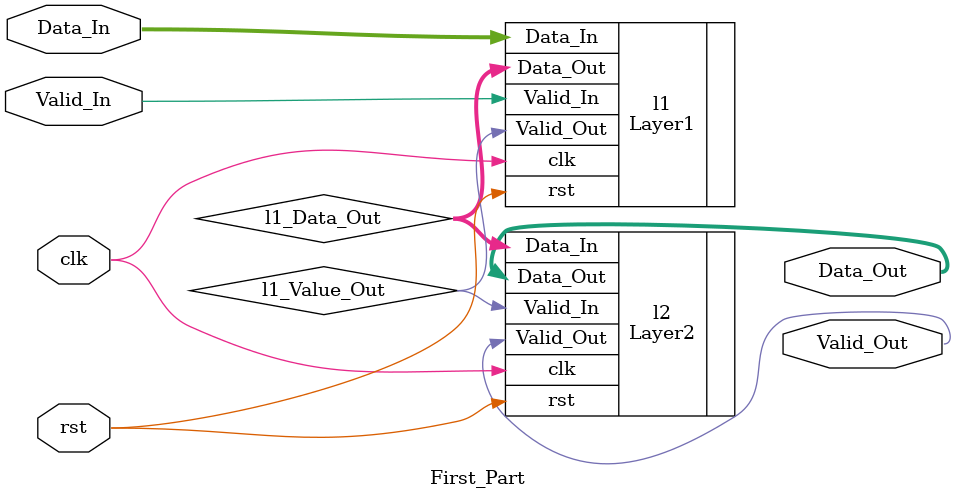
<source format=v>
module First_Part #(
    parameter DATA_WIDHT = 32,
    parameter IMG_WIDHT = 48,
    parameter IMG_HEIGHT =48
)
(
    input [DATA_WIDHT-1:0] Data_In,
    input clk,
    input rst,
    input Valid_In,
    output wire [DATA_WIDHT*8-1:0] Data_Out,
    output Valid_Out
);

    wire [DATA_WIDHT*8-1:0] l1_Data_Out;

    wire l1_Value_Out;
    Layer1 #(
        .DATA_WIDHT(DATA_WIDHT),
        .IMG_WIDTH(IMG_WIDHT),
        .IMG_HEIGHT(IMG_HEIGHT)
    )
        l1(
            .Data_In(Data_In),
            .clk(clk),
            .rst(rst),
            .Valid_In(Valid_In),
            .Data_Out(l1_Data_Out),
            .Valid_Out(l1_Value_Out)
        );
    
    Layer2 # (
        .DATA_WIDHT(DATA_WIDHT),
        .IMG_WIDTH(IMG_WIDHT-2),
        .IMG_HEIGHT(IMG_HEIGHT-2)
    )
        l2(
            .Data_In(l1_Data_Out),
            .clk(clk),
            .rst(rst),
            .Valid_In(l1_Value_Out),
            .Data_Out(Data_Out),
            .Valid_Out(Valid_Out)
        );
endmodule
</source>
